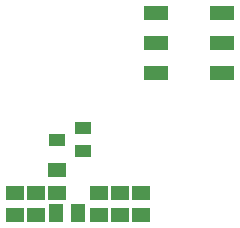
<source format=gbr>
G04 EAGLE Gerber RS-274X export*
G75*
%MOMM*%
%FSLAX34Y34*%
%LPD*%
%INSolderpaste Bottom*%
%IPPOS*%
%AMOC8*
5,1,8,0,0,1.08239X$1,22.5*%
G01*
%ADD10R,2.032000X1.270000*%
%ADD11R,1.500000X1.240000*%
%ADD12R,1.400000X1.000000*%
%ADD13R,1.240000X1.500000*%


D10*
X188722Y129794D03*
X188722Y104394D03*
X188722Y78994D03*
X132842Y129794D03*
X132842Y104394D03*
X132842Y78994D03*
D11*
X12700Y-22250D03*
X12700Y-41250D03*
X30480Y-22250D03*
X30480Y-41250D03*
X48260Y-3200D03*
X48260Y-22200D03*
X119380Y-22250D03*
X119380Y-41250D03*
X101600Y-22250D03*
X101600Y-41250D03*
X83820Y-22250D03*
X83820Y-41250D03*
D12*
X48690Y22860D03*
X70690Y13360D03*
X70690Y32360D03*
D13*
X66650Y-39370D03*
X47650Y-39370D03*
M02*

</source>
